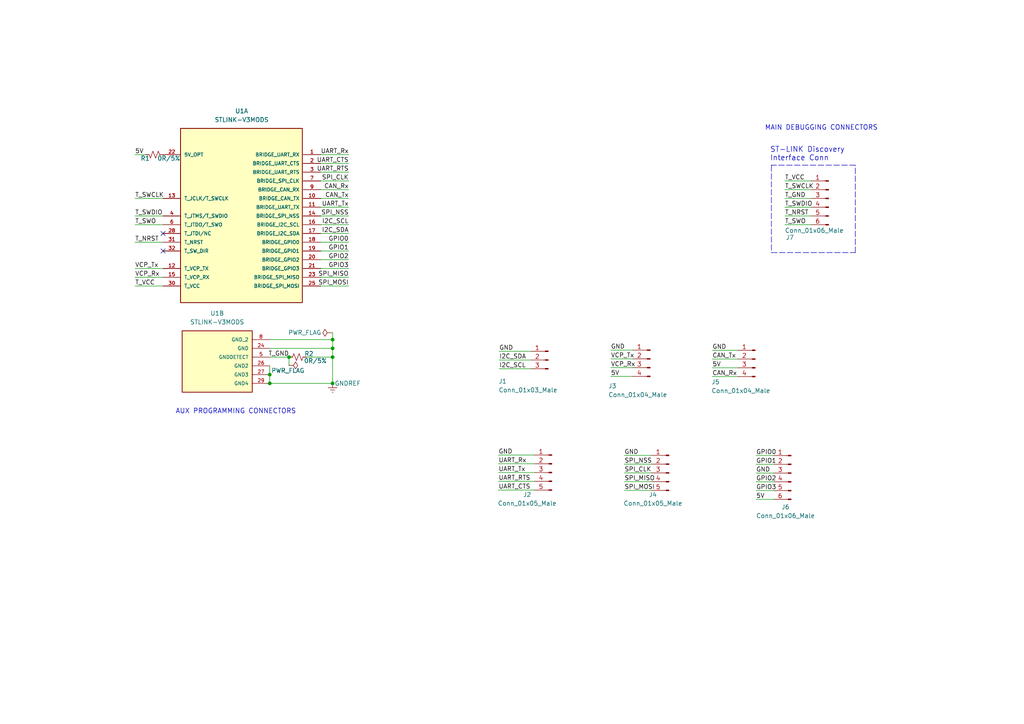
<source format=kicad_sch>
(kicad_sch (version 20211123) (generator eeschema)

  (uuid 54365317-1355-4216-bb75-829375abc4ec)

  (paper "A4")

  (title_block
    (title "STlinkV3-Adapter")
    (date "2022-08-29")
    (comment 1 "yingchao.tw@gmail.com")
  )

  (lib_symbols
    (symbol "Connector:Conn_01x03_Male" (pin_names (offset 1.016) hide) (in_bom yes) (on_board yes)
      (property "Reference" "J" (id 0) (at 0 5.08 0)
        (effects (font (size 1.27 1.27)))
      )
      (property "Value" "Conn_01x03_Male" (id 1) (at 0 -5.08 0)
        (effects (font (size 1.27 1.27)))
      )
      (property "Footprint" "" (id 2) (at 0 0 0)
        (effects (font (size 1.27 1.27)) hide)
      )
      (property "Datasheet" "~" (id 3) (at 0 0 0)
        (effects (font (size 1.27 1.27)) hide)
      )
      (property "ki_keywords" "connector" (id 4) (at 0 0 0)
        (effects (font (size 1.27 1.27)) hide)
      )
      (property "ki_description" "Generic connector, single row, 01x03, script generated (kicad-library-utils/schlib/autogen/connector/)" (id 5) (at 0 0 0)
        (effects (font (size 1.27 1.27)) hide)
      )
      (property "ki_fp_filters" "Connector*:*_1x??_*" (id 6) (at 0 0 0)
        (effects (font (size 1.27 1.27)) hide)
      )
      (symbol "Conn_01x03_Male_1_1"
        (polyline
          (pts
            (xy 1.27 -2.54)
            (xy 0.8636 -2.54)
          )
          (stroke (width 0.1524) (type default) (color 0 0 0 0))
          (fill (type none))
        )
        (polyline
          (pts
            (xy 1.27 0)
            (xy 0.8636 0)
          )
          (stroke (width 0.1524) (type default) (color 0 0 0 0))
          (fill (type none))
        )
        (polyline
          (pts
            (xy 1.27 2.54)
            (xy 0.8636 2.54)
          )
          (stroke (width 0.1524) (type default) (color 0 0 0 0))
          (fill (type none))
        )
        (rectangle (start 0.8636 -2.413) (end 0 -2.667)
          (stroke (width 0.1524) (type default) (color 0 0 0 0))
          (fill (type outline))
        )
        (rectangle (start 0.8636 0.127) (end 0 -0.127)
          (stroke (width 0.1524) (type default) (color 0 0 0 0))
          (fill (type outline))
        )
        (rectangle (start 0.8636 2.667) (end 0 2.413)
          (stroke (width 0.1524) (type default) (color 0 0 0 0))
          (fill (type outline))
        )
        (pin passive line (at 5.08 2.54 180) (length 3.81)
          (name "Pin_1" (effects (font (size 1.27 1.27))))
          (number "1" (effects (font (size 1.27 1.27))))
        )
        (pin passive line (at 5.08 0 180) (length 3.81)
          (name "Pin_2" (effects (font (size 1.27 1.27))))
          (number "2" (effects (font (size 1.27 1.27))))
        )
        (pin passive line (at 5.08 -2.54 180) (length 3.81)
          (name "Pin_3" (effects (font (size 1.27 1.27))))
          (number "3" (effects (font (size 1.27 1.27))))
        )
      )
    )
    (symbol "Connector:Conn_01x04_Male" (pin_names (offset 1.016) hide) (in_bom yes) (on_board yes)
      (property "Reference" "J" (id 0) (at 0 5.08 0)
        (effects (font (size 1.27 1.27)))
      )
      (property "Value" "Conn_01x04_Male" (id 1) (at 0 -7.62 0)
        (effects (font (size 1.27 1.27)))
      )
      (property "Footprint" "" (id 2) (at 0 0 0)
        (effects (font (size 1.27 1.27)) hide)
      )
      (property "Datasheet" "~" (id 3) (at 0 0 0)
        (effects (font (size 1.27 1.27)) hide)
      )
      (property "ki_keywords" "connector" (id 4) (at 0 0 0)
        (effects (font (size 1.27 1.27)) hide)
      )
      (property "ki_description" "Generic connector, single row, 01x04, script generated (kicad-library-utils/schlib/autogen/connector/)" (id 5) (at 0 0 0)
        (effects (font (size 1.27 1.27)) hide)
      )
      (property "ki_fp_filters" "Connector*:*_1x??_*" (id 6) (at 0 0 0)
        (effects (font (size 1.27 1.27)) hide)
      )
      (symbol "Conn_01x04_Male_1_1"
        (polyline
          (pts
            (xy 1.27 -5.08)
            (xy 0.8636 -5.08)
          )
          (stroke (width 0.1524) (type default) (color 0 0 0 0))
          (fill (type none))
        )
        (polyline
          (pts
            (xy 1.27 -2.54)
            (xy 0.8636 -2.54)
          )
          (stroke (width 0.1524) (type default) (color 0 0 0 0))
          (fill (type none))
        )
        (polyline
          (pts
            (xy 1.27 0)
            (xy 0.8636 0)
          )
          (stroke (width 0.1524) (type default) (color 0 0 0 0))
          (fill (type none))
        )
        (polyline
          (pts
            (xy 1.27 2.54)
            (xy 0.8636 2.54)
          )
          (stroke (width 0.1524) (type default) (color 0 0 0 0))
          (fill (type none))
        )
        (rectangle (start 0.8636 -4.953) (end 0 -5.207)
          (stroke (width 0.1524) (type default) (color 0 0 0 0))
          (fill (type outline))
        )
        (rectangle (start 0.8636 -2.413) (end 0 -2.667)
          (stroke (width 0.1524) (type default) (color 0 0 0 0))
          (fill (type outline))
        )
        (rectangle (start 0.8636 0.127) (end 0 -0.127)
          (stroke (width 0.1524) (type default) (color 0 0 0 0))
          (fill (type outline))
        )
        (rectangle (start 0.8636 2.667) (end 0 2.413)
          (stroke (width 0.1524) (type default) (color 0 0 0 0))
          (fill (type outline))
        )
        (pin passive line (at 5.08 2.54 180) (length 3.81)
          (name "Pin_1" (effects (font (size 1.27 1.27))))
          (number "1" (effects (font (size 1.27 1.27))))
        )
        (pin passive line (at 5.08 0 180) (length 3.81)
          (name "Pin_2" (effects (font (size 1.27 1.27))))
          (number "2" (effects (font (size 1.27 1.27))))
        )
        (pin passive line (at 5.08 -2.54 180) (length 3.81)
          (name "Pin_3" (effects (font (size 1.27 1.27))))
          (number "3" (effects (font (size 1.27 1.27))))
        )
        (pin passive line (at 5.08 -5.08 180) (length 3.81)
          (name "Pin_4" (effects (font (size 1.27 1.27))))
          (number "4" (effects (font (size 1.27 1.27))))
        )
      )
    )
    (symbol "Connector:Conn_01x05_Male" (pin_names (offset 1.016) hide) (in_bom yes) (on_board yes)
      (property "Reference" "J" (id 0) (at 0 7.62 0)
        (effects (font (size 1.27 1.27)))
      )
      (property "Value" "Conn_01x05_Male" (id 1) (at 0 -7.62 0)
        (effects (font (size 1.27 1.27)))
      )
      (property "Footprint" "" (id 2) (at 0 0 0)
        (effects (font (size 1.27 1.27)) hide)
      )
      (property "Datasheet" "~" (id 3) (at 0 0 0)
        (effects (font (size 1.27 1.27)) hide)
      )
      (property "ki_keywords" "connector" (id 4) (at 0 0 0)
        (effects (font (size 1.27 1.27)) hide)
      )
      (property "ki_description" "Generic connector, single row, 01x05, script generated (kicad-library-utils/schlib/autogen/connector/)" (id 5) (at 0 0 0)
        (effects (font (size 1.27 1.27)) hide)
      )
      (property "ki_fp_filters" "Connector*:*_1x??_*" (id 6) (at 0 0 0)
        (effects (font (size 1.27 1.27)) hide)
      )
      (symbol "Conn_01x05_Male_1_1"
        (polyline
          (pts
            (xy 1.27 -5.08)
            (xy 0.8636 -5.08)
          )
          (stroke (width 0.1524) (type default) (color 0 0 0 0))
          (fill (type none))
        )
        (polyline
          (pts
            (xy 1.27 -2.54)
            (xy 0.8636 -2.54)
          )
          (stroke (width 0.1524) (type default) (color 0 0 0 0))
          (fill (type none))
        )
        (polyline
          (pts
            (xy 1.27 0)
            (xy 0.8636 0)
          )
          (stroke (width 0.1524) (type default) (color 0 0 0 0))
          (fill (type none))
        )
        (polyline
          (pts
            (xy 1.27 2.54)
            (xy 0.8636 2.54)
          )
          (stroke (width 0.1524) (type default) (color 0 0 0 0))
          (fill (type none))
        )
        (polyline
          (pts
            (xy 1.27 5.08)
            (xy 0.8636 5.08)
          )
          (stroke (width 0.1524) (type default) (color 0 0 0 0))
          (fill (type none))
        )
        (rectangle (start 0.8636 -4.953) (end 0 -5.207)
          (stroke (width 0.1524) (type default) (color 0 0 0 0))
          (fill (type outline))
        )
        (rectangle (start 0.8636 -2.413) (end 0 -2.667)
          (stroke (width 0.1524) (type default) (color 0 0 0 0))
          (fill (type outline))
        )
        (rectangle (start 0.8636 0.127) (end 0 -0.127)
          (stroke (width 0.1524) (type default) (color 0 0 0 0))
          (fill (type outline))
        )
        (rectangle (start 0.8636 2.667) (end 0 2.413)
          (stroke (width 0.1524) (type default) (color 0 0 0 0))
          (fill (type outline))
        )
        (rectangle (start 0.8636 5.207) (end 0 4.953)
          (stroke (width 0.1524) (type default) (color 0 0 0 0))
          (fill (type outline))
        )
        (pin passive line (at 5.08 5.08 180) (length 3.81)
          (name "Pin_1" (effects (font (size 1.27 1.27))))
          (number "1" (effects (font (size 1.27 1.27))))
        )
        (pin passive line (at 5.08 2.54 180) (length 3.81)
          (name "Pin_2" (effects (font (size 1.27 1.27))))
          (number "2" (effects (font (size 1.27 1.27))))
        )
        (pin passive line (at 5.08 0 180) (length 3.81)
          (name "Pin_3" (effects (font (size 1.27 1.27))))
          (number "3" (effects (font (size 1.27 1.27))))
        )
        (pin passive line (at 5.08 -2.54 180) (length 3.81)
          (name "Pin_4" (effects (font (size 1.27 1.27))))
          (number "4" (effects (font (size 1.27 1.27))))
        )
        (pin passive line (at 5.08 -5.08 180) (length 3.81)
          (name "Pin_5" (effects (font (size 1.27 1.27))))
          (number "5" (effects (font (size 1.27 1.27))))
        )
      )
    )
    (symbol "Connector:Conn_01x06_Male" (pin_names (offset 1.016) hide) (in_bom yes) (on_board yes)
      (property "Reference" "J" (id 0) (at 0 7.62 0)
        (effects (font (size 1.27 1.27)))
      )
      (property "Value" "Conn_01x06_Male" (id 1) (at 0 -10.16 0)
        (effects (font (size 1.27 1.27)))
      )
      (property "Footprint" "" (id 2) (at 0 0 0)
        (effects (font (size 1.27 1.27)) hide)
      )
      (property "Datasheet" "~" (id 3) (at 0 0 0)
        (effects (font (size 1.27 1.27)) hide)
      )
      (property "ki_keywords" "connector" (id 4) (at 0 0 0)
        (effects (font (size 1.27 1.27)) hide)
      )
      (property "ki_description" "Generic connector, single row, 01x06, script generated (kicad-library-utils/schlib/autogen/connector/)" (id 5) (at 0 0 0)
        (effects (font (size 1.27 1.27)) hide)
      )
      (property "ki_fp_filters" "Connector*:*_1x??_*" (id 6) (at 0 0 0)
        (effects (font (size 1.27 1.27)) hide)
      )
      (symbol "Conn_01x06_Male_1_1"
        (polyline
          (pts
            (xy 1.27 -7.62)
            (xy 0.8636 -7.62)
          )
          (stroke (width 0.1524) (type default) (color 0 0 0 0))
          (fill (type none))
        )
        (polyline
          (pts
            (xy 1.27 -5.08)
            (xy 0.8636 -5.08)
          )
          (stroke (width 0.1524) (type default) (color 0 0 0 0))
          (fill (type none))
        )
        (polyline
          (pts
            (xy 1.27 -2.54)
            (xy 0.8636 -2.54)
          )
          (stroke (width 0.1524) (type default) (color 0 0 0 0))
          (fill (type none))
        )
        (polyline
          (pts
            (xy 1.27 0)
            (xy 0.8636 0)
          )
          (stroke (width 0.1524) (type default) (color 0 0 0 0))
          (fill (type none))
        )
        (polyline
          (pts
            (xy 1.27 2.54)
            (xy 0.8636 2.54)
          )
          (stroke (width 0.1524) (type default) (color 0 0 0 0))
          (fill (type none))
        )
        (polyline
          (pts
            (xy 1.27 5.08)
            (xy 0.8636 5.08)
          )
          (stroke (width 0.1524) (type default) (color 0 0 0 0))
          (fill (type none))
        )
        (rectangle (start 0.8636 -7.493) (end 0 -7.747)
          (stroke (width 0.1524) (type default) (color 0 0 0 0))
          (fill (type outline))
        )
        (rectangle (start 0.8636 -4.953) (end 0 -5.207)
          (stroke (width 0.1524) (type default) (color 0 0 0 0))
          (fill (type outline))
        )
        (rectangle (start 0.8636 -2.413) (end 0 -2.667)
          (stroke (width 0.1524) (type default) (color 0 0 0 0))
          (fill (type outline))
        )
        (rectangle (start 0.8636 0.127) (end 0 -0.127)
          (stroke (width 0.1524) (type default) (color 0 0 0 0))
          (fill (type outline))
        )
        (rectangle (start 0.8636 2.667) (end 0 2.413)
          (stroke (width 0.1524) (type default) (color 0 0 0 0))
          (fill (type outline))
        )
        (rectangle (start 0.8636 5.207) (end 0 4.953)
          (stroke (width 0.1524) (type default) (color 0 0 0 0))
          (fill (type outline))
        )
        (pin passive line (at 5.08 5.08 180) (length 3.81)
          (name "Pin_1" (effects (font (size 1.27 1.27))))
          (number "1" (effects (font (size 1.27 1.27))))
        )
        (pin passive line (at 5.08 2.54 180) (length 3.81)
          (name "Pin_2" (effects (font (size 1.27 1.27))))
          (number "2" (effects (font (size 1.27 1.27))))
        )
        (pin passive line (at 5.08 0 180) (length 3.81)
          (name "Pin_3" (effects (font (size 1.27 1.27))))
          (number "3" (effects (font (size 1.27 1.27))))
        )
        (pin passive line (at 5.08 -2.54 180) (length 3.81)
          (name "Pin_4" (effects (font (size 1.27 1.27))))
          (number "4" (effects (font (size 1.27 1.27))))
        )
        (pin passive line (at 5.08 -5.08 180) (length 3.81)
          (name "Pin_5" (effects (font (size 1.27 1.27))))
          (number "5" (effects (font (size 1.27 1.27))))
        )
        (pin passive line (at 5.08 -7.62 180) (length 3.81)
          (name "Pin_6" (effects (font (size 1.27 1.27))))
          (number "6" (effects (font (size 1.27 1.27))))
        )
      )
    )
    (symbol "Device:R_Small_US" (pin_numbers hide) (pin_names (offset 0.254) hide) (in_bom yes) (on_board yes)
      (property "Reference" "R" (id 0) (at 0.762 0.508 0)
        (effects (font (size 1.27 1.27)) (justify left))
      )
      (property "Value" "R_Small_US" (id 1) (at 0.762 -1.016 0)
        (effects (font (size 1.27 1.27)) (justify left))
      )
      (property "Footprint" "" (id 2) (at 0 0 0)
        (effects (font (size 1.27 1.27)) hide)
      )
      (property "Datasheet" "~" (id 3) (at 0 0 0)
        (effects (font (size 1.27 1.27)) hide)
      )
      (property "ki_keywords" "r resistor" (id 4) (at 0 0 0)
        (effects (font (size 1.27 1.27)) hide)
      )
      (property "ki_description" "Resistor, small US symbol" (id 5) (at 0 0 0)
        (effects (font (size 1.27 1.27)) hide)
      )
      (property "ki_fp_filters" "R_*" (id 6) (at 0 0 0)
        (effects (font (size 1.27 1.27)) hide)
      )
      (symbol "R_Small_US_1_1"
        (polyline
          (pts
            (xy 0 0)
            (xy 1.016 -0.381)
            (xy 0 -0.762)
            (xy -1.016 -1.143)
            (xy 0 -1.524)
          )
          (stroke (width 0) (type default) (color 0 0 0 0))
          (fill (type none))
        )
        (polyline
          (pts
            (xy 0 1.524)
            (xy 1.016 1.143)
            (xy 0 0.762)
            (xy -1.016 0.381)
            (xy 0 0)
          )
          (stroke (width 0) (type default) (color 0 0 0 0))
          (fill (type none))
        )
        (pin passive line (at 0 2.54 270) (length 1.016)
          (name "~" (effects (font (size 1.27 1.27))))
          (number "1" (effects (font (size 1.27 1.27))))
        )
        (pin passive line (at 0 -2.54 90) (length 1.016)
          (name "~" (effects (font (size 1.27 1.27))))
          (number "2" (effects (font (size 1.27 1.27))))
        )
      )
    )
    (symbol "STLinkV3_Adapter-altium-import:STLINK-V3MODS" (pin_names (offset 1.016)) (in_bom yes) (on_board yes)
      (property "Reference" "U?" (id 0) (at -17.526 26.162 0)
        (effects (font (size 1.27 1.27)) (justify left bottom))
      )
      (property "Value" "STLINK-V3MODS" (id 1) (at -17.526 -27.94 0)
        (effects (font (size 1.27 1.27)) (justify left bottom))
      )
      (property "Footprint" "MODULE_STLINK-V3MODS" (id 2) (at -17.526 -32.512 0)
        (effects (font (size 1.27 1.27)) (justify left bottom) hide)
      )
      (property "Datasheet" "" (id 3) (at 18.034 0 0)
        (effects (font (size 1.27 1.27)) (justify left bottom) hide)
      )
      (property "STANDARD" "Manufacturer Recommendations" (id 4) (at -11.938 26.162 0)
        (effects (font (size 1.27 1.27)) (justify left bottom) hide)
      )
      (property "PARTREV" "1" (id 5) (at 1.778 -30.226 0)
        (effects (font (size 1.27 1.27)) (justify left bottom) hide)
      )
      (property "MANUFACTURER" "ST Microelectronics" (id 6) (at -17.526 -30.226 0)
        (effects (font (size 1.27 1.27)) (justify left bottom) hide)
      )
      (property "ki_locked" "" (id 7) (at 0 0 0)
        (effects (font (size 1.27 1.27)))
      )
      (symbol "STLINK-V3MODS_1_0"
        (rectangle (start -17.526 25.4) (end 17.78 -25.146)
          (stroke (width 0.254) (type default) (color 0 0 0 0))
          (fill (type background))
        )
        (pin passive line (at 23.114 17.78 180) (length 5.08)
          (name "BRIDGE_UART_RX" (effects (font (size 1.016 1.016))))
          (number "1" (effects (font (size 1.016 1.016))))
        )
        (pin passive line (at 23.114 5.08 180) (length 5.08)
          (name "BRIDGE_CAN_TX" (effects (font (size 1.016 1.016))))
          (number "10" (effects (font (size 1.016 1.016))))
        )
        (pin passive line (at 23.114 2.54 180) (length 5.08)
          (name "BRIDGE_UART_TX" (effects (font (size 1.016 1.016))))
          (number "11" (effects (font (size 1.016 1.016))))
        )
        (pin passive line (at -22.606 -15.24 0) (length 5.08)
          (name "T_VCP_TX" (effects (font (size 1.016 1.016))))
          (number "12" (effects (font (size 1.016 1.016))))
        )
        (pin passive line (at -22.606 5.08 0) (length 5.08)
          (name "T_JCLK/T_SWCLK" (effects (font (size 1.016 1.016))))
          (number "13" (effects (font (size 1.016 1.016))))
        )
        (pin passive line (at 23.114 0 180) (length 5.08)
          (name "BRIDGE_SPI_NSS" (effects (font (size 1.016 1.016))))
          (number "14" (effects (font (size 1.016 1.016))))
        )
        (pin passive line (at -22.606 -17.78 0) (length 5.08)
          (name "T_VCP_RX" (effects (font (size 1.016 1.016))))
          (number "15" (effects (font (size 1.016 1.016))))
        )
        (pin bidirectional line (at 23.114 -2.54 180) (length 5.08)
          (name "BRIDGE_I2C_SCL" (effects (font (size 1.016 1.016))))
          (number "16" (effects (font (size 1.016 1.016))))
        )
        (pin bidirectional line (at 23.114 -5.08 180) (length 5.08)
          (name "BRIDGE_I2C_SDA" (effects (font (size 1.016 1.016))))
          (number "17" (effects (font (size 1.016 1.016))))
        )
        (pin bidirectional line (at 23.114 -7.62 180) (length 5.08)
          (name "BRIDGE_GPIO0" (effects (font (size 1.016 1.016))))
          (number "18" (effects (font (size 1.016 1.016))))
        )
        (pin bidirectional line (at 23.114 -10.16 180) (length 5.08)
          (name "BRIDGE_GPIO1" (effects (font (size 1.016 1.016))))
          (number "19" (effects (font (size 1.016 1.016))))
        )
        (pin passive line (at 23.114 15.24 180) (length 5.08)
          (name "BRIDGE_UART_CTS" (effects (font (size 1.016 1.016))))
          (number "2" (effects (font (size 1.016 1.016))))
        )
        (pin bidirectional line (at 23.114 -12.7 180) (length 5.08)
          (name "BRIDGE_GPIO2" (effects (font (size 1.016 1.016))))
          (number "20" (effects (font (size 1.016 1.016))))
        )
        (pin bidirectional line (at 23.114 -15.24 180) (length 5.08)
          (name "BRIDGE_GPIO3" (effects (font (size 1.016 1.016))))
          (number "21" (effects (font (size 1.016 1.016))))
        )
        (pin passive line (at -22.606 17.78 0) (length 5.08)
          (name "5V_OPT" (effects (font (size 1.016 1.016))))
          (number "22" (effects (font (size 1.016 1.016))))
        )
        (pin passive line (at 23.114 -17.78 180) (length 5.08)
          (name "BRIDGE_SPI_MISO" (effects (font (size 1.016 1.016))))
          (number "23" (effects (font (size 1.016 1.016))))
        )
        (pin passive line (at 23.114 -20.32 180) (length 5.08)
          (name "BRIDGE_SPI_MOSI" (effects (font (size 1.016 1.016))))
          (number "25" (effects (font (size 1.016 1.016))))
        )
        (pin passive line (at -22.606 -5.08 0) (length 5.08)
          (name "T_JTDI/NC" (effects (font (size 1.016 1.016))))
          (number "28" (effects (font (size 1.016 1.016))))
        )
        (pin passive line (at 23.114 12.7 180) (length 5.08)
          (name "BRIDGE_UART_RTS" (effects (font (size 1.016 1.016))))
          (number "3" (effects (font (size 1.016 1.016))))
        )
        (pin passive line (at -22.606 -20.32 0) (length 5.08)
          (name "T_VCC" (effects (font (size 1.016 1.016))))
          (number "30" (effects (font (size 1.016 1.016))))
        )
        (pin passive line (at -22.606 -7.62 0) (length 5.08)
          (name "T_NRST" (effects (font (size 1.016 1.016))))
          (number "31" (effects (font (size 1.016 1.016))))
        )
        (pin passive line (at -22.606 -10.16 0) (length 5.08)
          (name "T_SW_DIR" (effects (font (size 1.016 1.016))))
          (number "32" (effects (font (size 1.016 1.016))))
        )
        (pin passive line (at -22.606 0 0) (length 5.08)
          (name "T_JTMS/T_SWDIO" (effects (font (size 1.016 1.016))))
          (number "4" (effects (font (size 1.016 1.016))))
        )
        (pin passive line (at -22.606 -2.54 0) (length 5.08)
          (name "T_JTDO/T_SWO" (effects (font (size 1.016 1.016))))
          (number "6" (effects (font (size 1.016 1.016))))
        )
        (pin passive line (at 23.114 10.16 180) (length 5.08)
          (name "BRIDGE_SPI_CLK" (effects (font (size 1.016 1.016))))
          (number "7" (effects (font (size 1.016 1.016))))
        )
        (pin passive line (at 23.114 7.62 180) (length 5.08)
          (name "BRIDGE_CAN_RX" (effects (font (size 1.016 1.016))))
          (number "9" (effects (font (size 1.016 1.016))))
        )
      )
      (symbol "STLINK-V3MODS_2_0"
        (rectangle (start -10.16 -10.16) (end 10.16 7.62)
          (stroke (width 0.254) (type default) (color 0 0 0 0))
          (fill (type background))
        )
        (pin power_in line (at 15.24 2.54 180) (length 5.08)
          (name "GND" (effects (font (size 1.016 1.016))))
          (number "24" (effects (font (size 1.016 1.016))))
        )
        (pin power_in line (at 15.24 -2.54 180) (length 5.08)
          (name "GND2" (effects (font (size 1.016 1.016))))
          (number "26" (effects (font (size 1.016 1.016))))
        )
        (pin power_in line (at 15.24 -5.08 180) (length 5.08)
          (name "GND3" (effects (font (size 1.016 1.016))))
          (number "27" (effects (font (size 1.016 1.016))))
        )
        (pin power_in line (at 15.24 -7.62 180) (length 5.08)
          (name "GND4" (effects (font (size 1.016 1.016))))
          (number "29" (effects (font (size 1.016 1.016))))
        )
        (pin power_in line (at 15.24 0 180) (length 5.08)
          (name "GNDDETECT" (effects (font (size 1.016 1.016))))
          (number "5" (effects (font (size 1.016 1.016))))
        )
        (pin power_in line (at 15.24 5.08 180) (length 5.08)
          (name "GND_2" (effects (font (size 1.016 1.016))))
          (number "8" (effects (font (size 1.016 1.016))))
        )
      )
    )
    (symbol "power:GNDREF" (power) (pin_names (offset 0)) (in_bom yes) (on_board yes)
      (property "Reference" "#PWR" (id 0) (at 0 -6.35 0)
        (effects (font (size 1.27 1.27)) hide)
      )
      (property "Value" "GNDREF" (id 1) (at 0 -3.81 0)
        (effects (font (size 1.27 1.27)))
      )
      (property "Footprint" "" (id 2) (at 0 0 0)
        (effects (font (size 1.27 1.27)) hide)
      )
      (property "Datasheet" "" (id 3) (at 0 0 0)
        (effects (font (size 1.27 1.27)) hide)
      )
      (property "ki_keywords" "power-flag" (id 4) (at 0 0 0)
        (effects (font (size 1.27 1.27)) hide)
      )
      (property "ki_description" "Power symbol creates a global label with name \"GNDREF\" , reference supply ground" (id 5) (at 0 0 0)
        (effects (font (size 1.27 1.27)) hide)
      )
      (symbol "GNDREF_0_1"
        (polyline
          (pts
            (xy -0.635 -1.905)
            (xy 0.635 -1.905)
          )
          (stroke (width 0) (type default) (color 0 0 0 0))
          (fill (type none))
        )
        (polyline
          (pts
            (xy -0.127 -2.54)
            (xy 0.127 -2.54)
          )
          (stroke (width 0) (type default) (color 0 0 0 0))
          (fill (type none))
        )
        (polyline
          (pts
            (xy 0 -1.27)
            (xy 0 0)
          )
          (stroke (width 0) (type default) (color 0 0 0 0))
          (fill (type none))
        )
        (polyline
          (pts
            (xy 1.27 -1.27)
            (xy -1.27 -1.27)
          )
          (stroke (width 0) (type default) (color 0 0 0 0))
          (fill (type none))
        )
      )
      (symbol "GNDREF_1_1"
        (pin power_in line (at 0 0 270) (length 0) hide
          (name "GNDREF" (effects (font (size 1.27 1.27))))
          (number "1" (effects (font (size 1.27 1.27))))
        )
      )
    )
    (symbol "power:PWR_FLAG" (power) (pin_numbers hide) (pin_names (offset 0) hide) (in_bom yes) (on_board yes)
      (property "Reference" "#FLG" (id 0) (at 0 1.905 0)
        (effects (font (size 1.27 1.27)) hide)
      )
      (property "Value" "PWR_FLAG" (id 1) (at 0 3.81 0)
        (effects (font (size 1.27 1.27)))
      )
      (property "Footprint" "" (id 2) (at 0 0 0)
        (effects (font (size 1.27 1.27)) hide)
      )
      (property "Datasheet" "~" (id 3) (at 0 0 0)
        (effects (font (size 1.27 1.27)) hide)
      )
      (property "ki_keywords" "power-flag" (id 4) (at 0 0 0)
        (effects (font (size 1.27 1.27)) hide)
      )
      (property "ki_description" "Special symbol for telling ERC where power comes from" (id 5) (at 0 0 0)
        (effects (font (size 1.27 1.27)) hide)
      )
      (symbol "PWR_FLAG_0_0"
        (pin power_out line (at 0 0 90) (length 0)
          (name "pwr" (effects (font (size 1.27 1.27))))
          (number "1" (effects (font (size 1.27 1.27))))
        )
      )
      (symbol "PWR_FLAG_0_1"
        (polyline
          (pts
            (xy 0 0)
            (xy 0 1.27)
            (xy -1.016 1.905)
            (xy 0 2.54)
            (xy 1.016 1.905)
            (xy 0 1.27)
          )
          (stroke (width 0) (type default) (color 0 0 0 0))
          (fill (type none))
        )
      )
    )
  )


  (junction (at 83.82 103.5812) (diameter 0) (color 0 0 0 0)
    (uuid 6a450e04-4365-4ca0-8102-92f9fb90dce8)
  )
  (junction (at 96.4692 103.5812) (diameter 0) (color 0 0 0 0)
    (uuid 70b641c6-13b1-4424-aa77-0b20f770f597)
  )
  (junction (at 96.4692 98.5012) (diameter 0) (color 0 0 0 0)
    (uuid 9883b64f-3843-4d79-8eec-75d1798b1470)
  )
  (junction (at 96.4692 101.0412) (diameter 0) (color 0 0 0 0)
    (uuid a6d3bc91-18ad-4206-b650-91763d65b5da)
  )
  (junction (at 78.232 108.6612) (diameter 0) (color 0 0 0 0)
    (uuid ca69dfb9-989d-47d6-b920-d6bd03964567)
  )
  (junction (at 96.4692 111.2012) (diameter 0) (color 0 0 0 0)
    (uuid ec3fd4bf-6a7c-4cd6-bc88-a07759f8de6e)
  )
  (junction (at 78.232 111.2012) (diameter 0) (color 0 0 0 0)
    (uuid f20d0a93-3b85-4218-a9c6-92057b8cc8cb)
  )

  (no_connect (at 47.2948 72.7964) (uuid e316a0bf-9037-4e57-baec-beec51d219c8))
  (no_connect (at 47.2948 67.7164) (uuid ec9af39f-feef-4443-9ff2-1a2f8d3fee92))

  (wire (pts (xy 93.0148 77.8764) (xy 101.1428 77.8764))
    (stroke (width 0) (type default) (color 0 0 0 0))
    (uuid 00a696e9-07ff-4ec0-ad70-385957a1a57e)
  )
  (wire (pts (xy 83.82 103.5812) (xy 78.232 103.5812))
    (stroke (width 0) (type default) (color 0 0 0 0))
    (uuid 03ce7d72-ab64-48de-b833-f7c8d1fa7dd6)
  )
  (wire (pts (xy 181.102 139.7) (xy 188.976 139.7))
    (stroke (width 0.15) (type default) (color 0 0 0 0))
    (uuid 065b9982-55f2-4822-977e-07e8a06e7b35)
  )
  (wire (pts (xy 206.6036 104.14) (xy 213.9696 104.14))
    (stroke (width 0.15) (type default) (color 0 0 0 0))
    (uuid 071522c0-d0ed-49b9-906e-6295f67fb0dc)
  )
  (wire (pts (xy 78.232 106.1212) (xy 78.232 108.6612))
    (stroke (width 0) (type default) (color 0 0 0 0))
    (uuid 07c99bfe-a227-4b1d-a4b0-bf507068329f)
  )
  (wire (pts (xy 47.2948 77.8764) (xy 39.1668 77.8764))
    (stroke (width 0) (type default) (color 0 0 0 0))
    (uuid 082a1247-57fa-4de1-a0e1-8972c07fad8e)
  )
  (wire (pts (xy 227.6348 65.1764) (xy 235.2548 65.1764))
    (stroke (width 0.15) (type default) (color 0 0 0 0))
    (uuid 0f31f11f-c374-4640-b9a4-07bbdba8d354)
  )
  (wire (pts (xy 47.2948 57.5564) (xy 39.1668 57.5564))
    (stroke (width 0) (type default) (color 0 0 0 0))
    (uuid 10a6d548-8af6-43fd-a5c8-0faf26e567c6)
  )
  (wire (pts (xy 96.4692 103.5812) (xy 96.4692 111.2012))
    (stroke (width 0) (type default) (color 0 0 0 0))
    (uuid 1619a4f9-1e30-4e8a-bb93-9739d4971d91)
  )
  (wire (pts (xy 219.3036 132.1308) (xy 224.3836 132.1308))
    (stroke (width 0.15) (type default) (color 0 0 0 0))
    (uuid 18b7e157-ae67-48ad-bd7c-9fef6fe45b22)
  )
  (polyline (pts (xy 223.7486 47.9044) (xy 223.7486 48.0568))
    (stroke (width 0) (type default) (color 0 0 0 0))
    (uuid 1c449411-e0f0-4f18-b710-3f046b01bdd8)
  )

  (wire (pts (xy 144.5768 134.5184) (xy 154.9908 134.5184))
    (stroke (width 0.15) (type default) (color 0 0 0 0))
    (uuid 25e5aa8e-2696-44a3-8d3c-c2c53f2923cf)
  )
  (wire (pts (xy 96.1644 96.52) (xy 96.4692 96.52))
    (stroke (width 0) (type default) (color 0 0 0 0))
    (uuid 26ee81ec-5278-4328-b5dd-7df816dac426)
  )
  (wire (pts (xy 206.6036 101.6) (xy 213.9696 101.6))
    (stroke (width 0.15) (type default) (color 0 0 0 0))
    (uuid 2846428d-39de-4eae-8ce2-64955d56c493)
  )
  (wire (pts (xy 88.9 103.5812) (xy 96.4692 103.5812))
    (stroke (width 0) (type default) (color 0 0 0 0))
    (uuid 2fb8ed14-bf3a-49ad-9049-62543bc1b12d)
  )
  (wire (pts (xy 78.232 111.2012) (xy 96.4692 111.2012))
    (stroke (width 0) (type default) (color 0 0 0 0))
    (uuid 331bfe4c-89c7-4dc1-816a-1c4f33280870)
  )
  (wire (pts (xy 93.0148 70.2564) (xy 101.1428 70.2564))
    (stroke (width 0) (type default) (color 0 0 0 0))
    (uuid 36881168-6c92-409b-90e9-c950dcd99078)
  )
  (wire (pts (xy 93.0148 75.3364) (xy 101.1428 75.3364))
    (stroke (width 0) (type default) (color 0 0 0 0))
    (uuid 3ae8b10c-5e0d-4aeb-bf20-d76e8e3d35e8)
  )
  (wire (pts (xy 93.0148 60.0964) (xy 101.1428 60.0964))
    (stroke (width 0) (type default) (color 0 0 0 0))
    (uuid 3edff80d-fd7b-4340-b051-6826eddb0e8b)
  )
  (wire (pts (xy 93.0148 82.9564) (xy 101.1428 82.9564))
    (stroke (width 0) (type default) (color 0 0 0 0))
    (uuid 3fa58e26-ecaa-4c63-9695-f571e06e0bfa)
  )
  (wire (pts (xy 93.0148 44.8564) (xy 101.1428 44.8564))
    (stroke (width 0) (type default) (color 0 0 0 0))
    (uuid 411f2a2a-5f9e-4093-901e-4b491778212f)
  )
  (wire (pts (xy 93.0148 47.3964) (xy 101.1428 47.3964))
    (stroke (width 0) (type default) (color 0 0 0 0))
    (uuid 4626c796-e2c4-47b1-a825-64be3c9f813c)
  )
  (wire (pts (xy 101.1428 65.1764) (xy 93.0148 65.1764))
    (stroke (width 0) (type default) (color 0 0 0 0))
    (uuid 46b81e3c-44d3-497c-8a24-af9e19228846)
  )
  (wire (pts (xy 206.6036 106.68) (xy 213.9696 106.68))
    (stroke (width 0.15) (type default) (color 0 0 0 0))
    (uuid 4e315e69-0417-463a-8b7f-469a08d1496e)
  )
  (wire (pts (xy 96.4692 98.5012) (xy 96.4692 101.0412))
    (stroke (width 0) (type default) (color 0 0 0 0))
    (uuid 528c5f0f-3175-4f38-93d5-d497c31e0cae)
  )
  (wire (pts (xy 78.232 101.0412) (xy 96.4692 101.0412))
    (stroke (width 0) (type default) (color 0 0 0 0))
    (uuid 559083e6-bd70-4ff3-bf9a-8ea67bf1a96b)
  )
  (wire (pts (xy 177.165 109.1692) (xy 183.515 109.1692))
    (stroke (width 0.15) (type default) (color 0 0 0 0))
    (uuid 597a11f2-5d2c-4a65-ac95-38ad106e1367)
  )
  (wire (pts (xy 177.165 104.0892) (xy 183.515 104.0892))
    (stroke (width 0.15) (type default) (color 0 0 0 0))
    (uuid 59ec3156-036e-4049-89db-91a9dd07095f)
  )
  (wire (pts (xy 219.3036 134.6708) (xy 224.3836 134.6708))
    (stroke (width 0.15) (type default) (color 0 0 0 0))
    (uuid 5fc9acb6-6dbb-4598-825b-4b9e7c4c67c4)
  )
  (wire (pts (xy 206.6036 109.22) (xy 213.9696 109.22))
    (stroke (width 0.15) (type default) (color 0 0 0 0))
    (uuid 6a2b20ae-096c-4d9f-92f8-2087c865914f)
  )
  (wire (pts (xy 47.2948 65.1764) (xy 39.1668 65.1764))
    (stroke (width 0) (type default) (color 0 0 0 0))
    (uuid 6aca2571-c136-4bf1-97b7-330b0caffb4f)
  )
  (wire (pts (xy 144.5768 137.0584) (xy 154.9908 137.0584))
    (stroke (width 0.15) (type default) (color 0 0 0 0))
    (uuid 6bf05d19-ba3e-4ba6-8a6f-4e0bc45ea3b2)
  )
  (wire (pts (xy 219.3036 144.8308) (xy 224.3836 144.8308))
    (stroke (width 0.15) (type default) (color 0 0 0 0))
    (uuid 6d1d60ff-408a-47a7-892f-c5cf9ef6ca75)
  )
  (wire (pts (xy 93.0148 57.5564) (xy 101.1428 57.5564))
    (stroke (width 0) (type default) (color 0 0 0 0))
    (uuid 7a50e580-a38b-4edb-a345-a95c54105c04)
  )
  (wire (pts (xy 227.6348 55.0164) (xy 235.2548 55.0164))
    (stroke (width 0.15) (type default) (color 0 0 0 0))
    (uuid 7c04618d-9115-4179-b234-a8faf854ea92)
  )
  (polyline (pts (xy 223.7486 48.0568) (xy 223.7486 73.2536))
    (stroke (width 0) (type default) (color 0 0 0 0))
    (uuid 80a20dd8-4658-44b9-bb91-06f578e41ea7)
  )

  (wire (pts (xy 83.82 103.5812) (xy 83.82 105.9688))
    (stroke (width 0) (type default) (color 0 0 0 0))
    (uuid 819eef4f-b4e6-44aa-b6a9-f9ef405abd86)
  )
  (wire (pts (xy 144.78 104.4194) (xy 153.924 104.4194))
    (stroke (width 0.15) (type default) (color 0 0 0 0))
    (uuid 81a15393-727e-448b-a777-b18773023d89)
  )
  (wire (pts (xy 47.2948 62.6364) (xy 39.1668 62.6364))
    (stroke (width 0) (type default) (color 0 0 0 0))
    (uuid 82f77ecc-82bc-4065-8184-4d8657f38d19)
  )
  (wire (pts (xy 93.0148 80.4164) (xy 101.1428 80.4164))
    (stroke (width 0) (type default) (color 0 0 0 0))
    (uuid 902d760c-f2cb-4e67-b192-c5d8b6ac57ba)
  )
  (wire (pts (xy 93.0148 55.0164) (xy 101.1428 55.0164))
    (stroke (width 0) (type default) (color 0 0 0 0))
    (uuid 90ed4114-7612-4ef7-aebb-30eea9290130)
  )
  (wire (pts (xy 177.165 106.6292) (xy 183.515 106.6292))
    (stroke (width 0.15) (type default) (color 0 0 0 0))
    (uuid 926001fd-2747-4639-8c0f-4fc46ff7218d)
  )
  (polyline (pts (xy 223.7486 73.2536) (xy 248.0818 73.2536))
    (stroke (width 0) (type default) (color 0 0 0 0))
    (uuid 94aebd53-d69f-427c-9c76-5b8934fa6af4)
  )

  (wire (pts (xy 181.102 134.62) (xy 188.976 134.62))
    (stroke (width 0.15) (type default) (color 0 0 0 0))
    (uuid 970e0f64-111f-41e3-9f5a-fb0d0f6fa101)
  )
  (wire (pts (xy 101.1428 62.6364) (xy 93.0148 62.6364))
    (stroke (width 0) (type default) (color 0 0 0 0))
    (uuid 97e47c44-be41-4b1b-b3e4-e3f8f9a64dea)
  )
  (wire (pts (xy 227.6348 62.6364) (xy 235.2548 62.6364))
    (stroke (width 0.15) (type default) (color 0 0 0 0))
    (uuid 998b7fa5-31a5-472e-9572-49d5226d6098)
  )
  (polyline (pts (xy 248.0818 73.2536) (xy 248.0818 47.9044))
    (stroke (width 0) (type default) (color 0 0 0 0))
    (uuid 9c8dc140-00f4-41ec-8381-91937cce4ff3)
  )

  (wire (pts (xy 144.5768 131.9784) (xy 154.9908 131.9784))
    (stroke (width 0.15) (type default) (color 0 0 0 0))
    (uuid a24ddb4f-c217-42ca-b6cb-d12da84fb2b9)
  )
  (wire (pts (xy 144.78 101.8794) (xy 153.924 101.8794))
    (stroke (width 0.15) (type default) (color 0 0 0 0))
    (uuid a4f86a46-3bc8-4daa-9125-a63f297eb114)
  )
  (wire (pts (xy 219.3036 137.2108) (xy 224.3836 137.2108))
    (stroke (width 0.15) (type default) (color 0 0 0 0))
    (uuid a53767ed-bb28-4f90-abe0-e0ea734812a4)
  )
  (wire (pts (xy 181.102 142.24) (xy 188.976 142.24))
    (stroke (width 0.15) (type default) (color 0 0 0 0))
    (uuid a6ccc556-da88-4006-ae1a-cc35733efef3)
  )
  (wire (pts (xy 181.102 132.08) (xy 188.976 132.08))
    (stroke (width 0.15) (type default) (color 0 0 0 0))
    (uuid b6135480-ace6-42b2-9c47-856ef57cded1)
  )
  (wire (pts (xy 144.5768 139.5984) (xy 154.9908 139.5984))
    (stroke (width 0.15) (type default) (color 0 0 0 0))
    (uuid b7867831-ef82-4f33-a926-59e5c1c09b91)
  )
  (wire (pts (xy 93.0148 72.7964) (xy 101.1428 72.7964))
    (stroke (width 0) (type default) (color 0 0 0 0))
    (uuid bc770aa9-3532-445a-8456-71017a207d24)
  )
  (wire (pts (xy 93.0148 52.4764) (xy 101.1428 52.4764))
    (stroke (width 0) (type default) (color 0 0 0 0))
    (uuid bf7c82b1-e148-4210-a14c-a2a5f14da66e)
  )
  (wire (pts (xy 227.6348 52.4764) (xy 235.2548 52.4764))
    (stroke (width 0.15) (type default) (color 0 0 0 0))
    (uuid c1c799a0-3c93-493a-9ad7-8a0561bc69ee)
  )
  (wire (pts (xy 42.2148 44.8564) (xy 39.1668 44.8564))
    (stroke (width 0) (type default) (color 0 0 0 0))
    (uuid c23f7890-a0c5-4271-a5ae-63135cf566b1)
  )
  (polyline (pts (xy 248.0818 47.9044) (xy 223.7486 47.9044))
    (stroke (width 0) (type default) (color 0 0 0 0))
    (uuid cae3c978-bc53-477f-a3cf-c948de9896bd)
  )

  (wire (pts (xy 93.0148 49.9364) (xy 101.1428 49.9364))
    (stroke (width 0) (type default) (color 0 0 0 0))
    (uuid cd622ed3-2fe4-4e2e-92cd-12459b4746e0)
  )
  (wire (pts (xy 177.165 101.5492) (xy 183.515 101.5492))
    (stroke (width 0.15) (type default) (color 0 0 0 0))
    (uuid d39d813e-3e64-490c-ba5c-a64bb5ad6bd0)
  )
  (wire (pts (xy 181.102 137.16) (xy 188.976 137.16))
    (stroke (width 0.15) (type default) (color 0 0 0 0))
    (uuid dc2801a1-d539-4721-b31f-fe196b9f13df)
  )
  (wire (pts (xy 47.2948 70.2564) (xy 39.1668 70.2564))
    (stroke (width 0) (type default) (color 0 0 0 0))
    (uuid e29ec819-5fc6-4f7b-8b1a-ad7c5948a1c0)
  )
  (wire (pts (xy 219.3036 142.2908) (xy 224.3836 142.2908))
    (stroke (width 0.15) (type default) (color 0 0 0 0))
    (uuid e4aa537c-eb9d-4dbb-ac87-fae46af42391)
  )
  (wire (pts (xy 227.6348 60.0964) (xy 235.2548 60.0964))
    (stroke (width 0.15) (type default) (color 0 0 0 0))
    (uuid e4d2f565-25a0-48c6-be59-f4bf31ad2558)
  )
  (wire (pts (xy 96.4692 101.0412) (xy 96.4692 103.5812))
    (stroke (width 0) (type default) (color 0 0 0 0))
    (uuid e500df7e-4cb6-466d-90a6-6012a185c3cd)
  )
  (wire (pts (xy 227.6348 57.5564) (xy 235.2548 57.5564))
    (stroke (width 0.15) (type default) (color 0 0 0 0))
    (uuid e502d1d5-04b0-4d4b-b5c3-8c52d09668e7)
  )
  (wire (pts (xy 144.5768 142.1384) (xy 154.9908 142.1384))
    (stroke (width 0.15) (type default) (color 0 0 0 0))
    (uuid e54e5e19-1deb-49a9-8629-617db8e434c0)
  )
  (wire (pts (xy 144.78 106.9594) (xy 153.924 106.9594))
    (stroke (width 0.15) (type default) (color 0 0 0 0))
    (uuid ec5c2062-3a41-4636-8803-069e60a1641a)
  )
  (wire (pts (xy 93.0148 67.7164) (xy 101.1428 67.7164))
    (stroke (width 0) (type default) (color 0 0 0 0))
    (uuid f2d9525a-b525-4e24-b877-ec633dedcc7c)
  )
  (wire (pts (xy 47.2948 82.9564) (xy 39.1668 82.9564))
    (stroke (width 0) (type default) (color 0 0 0 0))
    (uuid f3cd6c3f-cb92-4fc7-97b8-12b242303f9a)
  )
  (wire (pts (xy 78.232 108.6612) (xy 78.232 111.2012))
    (stroke (width 0) (type default) (color 0 0 0 0))
    (uuid f75c9807-fc0b-404b-a8a3-3f2c8bd34c34)
  )
  (wire (pts (xy 96.4692 96.52) (xy 96.4692 98.5012))
    (stroke (width 0) (type default) (color 0 0 0 0))
    (uuid f8827105-441e-4f86-baeb-29898a28c5e9)
  )
  (wire (pts (xy 219.3036 139.7508) (xy 224.3836 139.7508))
    (stroke (width 0.15) (type default) (color 0 0 0 0))
    (uuid f9403623-c00c-4b71-bc5c-d763ff009386)
  )
  (wire (pts (xy 78.232 98.5012) (xy 96.4692 98.5012))
    (stroke (width 0) (type default) (color 0 0 0 0))
    (uuid fc8584bd-e81c-443a-b8cc-9b63c4514232)
  )
  (wire (pts (xy 39.1668 80.4164) (xy 47.2948 80.4164))
    (stroke (width 0) (type default) (color 0 0 0 0))
    (uuid fcf9e435-427a-4ade-b52b-353d8b3747d6)
  )

  (text "ST-LINK Discovery \nInterface Conn" (at 223.3461 46.84 0)
    (effects (font (size 1.524 1.524)) (justify left bottom))
    (uuid babeabf2-f3b0-4ed5-8d9e-0215947e6cf3)
  )
  (text "AUX PROGRAMMING CONNECTORS" (at 50.9016 120.1928 180)
    (effects (font (size 1.397 1.397)) (justify left bottom))
    (uuid d7269d2a-b8c0-422d-8f25-f79ea31bf75e)
  )
  (text "MAIN DEBUGGING CONNECTORS" (at 221.8221 37.95 180)
    (effects (font (size 1.397 1.397)) (justify left bottom))
    (uuid e8c50f1b-c316-4110-9cce-5c24c65a1eaa)
  )

  (label "T_VCC" (at 39.1668 82.9564 0)
    (effects (font (size 1.27 1.27)) (justify left bottom))
    (uuid 04a64e85-60a8-42f9-bfdc-2f26f640a8c3)
  )
  (label "SPI_MISO" (at 181.102 139.7 0)
    (effects (font (size 1.27 1.27)) (justify left bottom))
    (uuid 0ce8d3ab-2662-4158-8a2a-18b782908fc5)
  )
  (label "GND" (at 177.165 101.5492 0)
    (effects (font (size 1.27 1.27)) (justify left bottom))
    (uuid 0e8f7fc0-2ef2-4b90-9c15-8a3a601ee459)
  )
  (label "VCP_Rx" (at 177.165 106.6292 0)
    (effects (font (size 1.27 1.27)) (justify left bottom))
    (uuid 0fdc6f30-77bc-4e9b-8665-c8aa9acf5bf9)
  )
  (label "T_VCC" (at 227.6348 52.4764 0)
    (effects (font (size 1.27 1.27)) (justify left bottom))
    (uuid 12422a89-3d0c-485c-9386-f77121fd68fd)
  )
  (label "I2C_SCL" (at 144.78 106.9594 0)
    (effects (font (size 1.27 1.27)) (justify left bottom))
    (uuid 173f6f06-e7d0-42ac-ab03-ce6b79b9eeee)
  )
  (label "GPIO0" (at 101.1428 70.2564 180)
    (effects (font (size 1.27 1.27)) (justify right bottom))
    (uuid 1993bb54-07d1-483b-b711-02170fb18b6c)
  )
  (label "5V" (at 177.165 109.1692 0)
    (effects (font (size 1.27 1.27)) (justify left bottom))
    (uuid 262f1ea9-0133-4b43-be36-456207ea857c)
  )
  (label "SPI_CLK" (at 101.1428 52.4764 180)
    (effects (font (size 1.27 1.27)) (justify right bottom))
    (uuid 272a59f8-254e-43fd-b4fa-a1679a0d1bbd)
  )
  (label "SPI_MOSI" (at 181.102 142.24 0)
    (effects (font (size 1.27 1.27)) (justify left bottom))
    (uuid 29195ea4-8218-44a1-b4bf-466bee0082e4)
  )
  (label "UART_RTS" (at 144.5768 139.5984 0)
    (effects (font (size 1.27 1.27)) (justify left bottom))
    (uuid 29e058a7-50a3-43e5-81c3-bfee53da08be)
  )
  (label "CAN_Rx" (at 206.6036 109.22 0)
    (effects (font (size 1.27 1.27)) (justify left bottom))
    (uuid 2e842263-c0ba-46fd-a760-6624d4c78278)
  )
  (label "GPIO0" (at 219.3036 132.1308 0)
    (effects (font (size 1.27 1.27)) (justify left bottom))
    (uuid 309b3bff-19c8-41ec-a84d-63399c649f46)
  )
  (label "UART_Rx" (at 101.1428 44.8564 180)
    (effects (font (size 1.27 1.27)) (justify right bottom))
    (uuid 31167c47-a76a-4388-84f1-7da987136d8c)
  )
  (label "5V" (at 206.6036 106.68 0)
    (effects (font (size 1.27 1.27)) (justify left bottom))
    (uuid 382ca670-6ae8-4de6-90f9-f241d1337171)
  )
  (label "SPI_NSS" (at 101.1428 62.6364 180)
    (effects (font (size 1.27 1.27)) (justify right bottom))
    (uuid 395756db-ce6c-4455-a889-46f6cec465fe)
  )
  (label "T_GND" (at 83.82 103.5812 180)
    (effects (font (size 1.27 1.27)) (justify right bottom))
    (uuid 3d757c18-3515-493b-8a5e-0444319d22a7)
  )
  (label "UART_Rx" (at 144.5768 134.5184 0)
    (effects (font (size 1.27 1.27)) (justify left bottom))
    (uuid 3fd54105-4b7e-4004-9801-76ec66108a22)
  )
  (label "T_GND" (at 227.6348 57.5564 0)
    (effects (font (size 1.27 1.27)) (justify left bottom))
    (uuid 40165eda-4ba6-4565-9bb4-b9df6dbb08da)
  )
  (label "VCP_Tx" (at 177.165 104.0892 0)
    (effects (font (size 1.27 1.27)) (justify left bottom))
    (uuid 4107d40a-e5df-4255-aacc-13f9928e090c)
  )
  (label "I2C_SDA" (at 144.78 104.4194 0)
    (effects (font (size 1.27 1.27)) (justify left bottom))
    (uuid 4632212f-13ce-4392-bc68-ccb9ba333770)
  )
  (label "T_NRST" (at 227.6348 62.6364 0)
    (effects (font (size 1.27 1.27)) (justify left bottom))
    (uuid 4780a290-d25c-4459-9579-eba3f7678762)
  )
  (label "VCP_Tx" (at 39.1668 77.8764 0)
    (effects (font (size 1.27 1.27)) (justify left bottom))
    (uuid 4ee5d6b6-34b5-4a6a-aa4c-2b8269280a83)
  )
  (label "UART_Tx" (at 101.1428 60.0964 180)
    (effects (font (size 1.27 1.27)) (justify right bottom))
    (uuid 539b6c6e-e5c2-4d86-85dd-7fc7a886833e)
  )
  (label "UART_CTS" (at 144.5768 142.1384 0)
    (effects (font (size 1.27 1.27)) (justify left bottom))
    (uuid 5cf2db29-f7ab-499a-9907-cdeba64bf0f3)
  )
  (label "UART_RTS" (at 101.1428 49.9364 180)
    (effects (font (size 1.27 1.27)) (justify right bottom))
    (uuid 5e01ca05-4e8c-4bf0-a376-1cb7dd6d510e)
  )
  (label "UART_Tx" (at 144.5768 137.0584 0)
    (effects (font (size 1.27 1.27)) (justify left bottom))
    (uuid 67763d19-f622-4e1e-81e5-5b24da7c3f99)
  )
  (label "SPI_MOSI" (at 101.1428 82.9564 180)
    (effects (font (size 1.27 1.27)) (justify right bottom))
    (uuid 6b449ea6-a0b1-48b8-9cdc-5e0797133af2)
  )
  (label "GND" (at 144.5768 131.9784 0)
    (effects (font (size 1.27 1.27)) (justify left bottom))
    (uuid 6fd4442e-30b3-428b-9306-61418a63d311)
  )
  (label "T_SWDIO" (at 227.6348 60.0964 0)
    (effects (font (size 1.27 1.27)) (justify left bottom))
    (uuid 7e023245-2c2b-4e2b-bfb9-5d35176e88f2)
  )
  (label "GPIO2" (at 101.1428 75.3364 180)
    (effects (font (size 1.27 1.27)) (justify right bottom))
    (uuid 8bd175e9-3470-4c81-a44a-9e231763f6a3)
  )
  (label "CAN_Tx" (at 206.6036 104.14 0)
    (effects (font (size 1.27 1.27)) (justify left bottom))
    (uuid 8c0807a7-765b-4fa5-baaa-e09a2b610e6b)
  )
  (label "T_SWCLK" (at 227.6348 55.0164 0)
    (effects (font (size 1.27 1.27)) (justify left bottom))
    (uuid 8e06ba1f-e3ba-4eb9-a10e-887dffd566d6)
  )
  (label "SPI_CLK" (at 181.102 137.16 0)
    (effects (font (size 1.27 1.27)) (justify left bottom))
    (uuid 994b6220-4755-4d84-91b3-6122ac1c2c5e)
  )
  (label "T_SWDIO" (at 39.1668 62.6364 0)
    (effects (font (size 1.27 1.27)) (justify left bottom))
    (uuid 9ec4fd95-07d6-4720-92db-4faddfc2939d)
  )
  (label "GPIO1" (at 101.1428 72.7964 180)
    (effects (font (size 1.27 1.27)) (justify right bottom))
    (uuid a2fe142f-c64e-4bc8-a393-c33ccfe62f8d)
  )
  (label "UART_CTS" (at 101.1428 47.3964 180)
    (effects (font (size 1.27 1.27)) (justify right bottom))
    (uuid a6f9a85c-9ca5-422b-8e72-c4b9528c475f)
  )
  (label "VCP_Rx" (at 39.1668 80.4164 0)
    (effects (font (size 1.27 1.27)) (justify left bottom))
    (uuid ae5d5cb7-397c-4a87-a4b1-e4e89855bc77)
  )
  (label "T_NRST" (at 39.1668 70.2564 0)
    (effects (font (size 1.27 1.27)) (justify left bottom))
    (uuid b00ece77-bb7a-47c8-b340-b6a613db92ac)
  )
  (label "GND" (at 144.78 101.8794 0)
    (effects (font (size 1.27 1.27)) (justify left bottom))
    (uuid b0906e10-2fbc-4309-a8b4-6fc4cd1a5490)
  )
  (label "I2C_SCL" (at 101.1428 65.1764 180)
    (effects (font (size 1.27 1.27)) (justify right bottom))
    (uuid b2802e78-8cd2-47e5-8329-78cc1041d578)
  )
  (label "CAN_Tx" (at 101.1428 57.5564 180)
    (effects (font (size 1.27 1.27)) (justify right bottom))
    (uuid bbef5ae3-19bb-45d7-9ed0-949ac9f92c68)
  )
  (label "GPIO1" (at 219.3036 134.6708 0)
    (effects (font (size 1.27 1.27)) (justify left bottom))
    (uuid bd9595a1-04f3-4fda-8f1b-e65ad874edd3)
  )
  (label "GPIO2" (at 219.3036 139.7508 0)
    (effects (font (size 1.27 1.27)) (justify left bottom))
    (uuid be645d0f-8568-47a0-a152-e3ddd33563eb)
  )
  (label "5V" (at 219.3036 144.8308 0)
    (effects (font (size 1.27 1.27)) (justify left bottom))
    (uuid c9667181-b3c7-4b01-b8b4-baa29a9aea63)
  )
  (label "T_SWO" (at 39.1668 65.1764 0)
    (effects (font (size 1.27 1.27)) (justify left bottom))
    (uuid cc776037-bfb2-4773-8277-9dde10e5cf2f)
  )
  (label "CAN_Rx" (at 101.1428 55.0164 180)
    (effects (font (size 1.27 1.27)) (justify right bottom))
    (uuid cdda1d5f-3fb2-4eec-a936-2d6425683604)
  )
  (label "GND" (at 181.102 132.08 0)
    (effects (font (size 1.27 1.27)) (justify left bottom))
    (uuid cff34251-839c-4da9-a0ad-85d0fc4e32af)
  )
  (label "SPI_NSS" (at 181.102 134.62 0)
    (effects (font (size 1.27 1.27)) (justify left bottom))
    (uuid d0fb0864-e79b-4bdc-8e8e-eed0cabe6d56)
  )
  (label "GND" (at 219.3036 137.2108 0)
    (effects (font (size 1.27 1.27)) (justify left bottom))
    (uuid d5b800ca-1ab6-4b66-b5f7-2dda5658b504)
  )
  (label "5V" (at 39.1668 44.8564 0)
    (effects (font (size 1.27 1.27)) (justify left bottom))
    (uuid de875a12-7ccc-4352-9a97-245df100b0cc)
  )
  (label "T_SWO" (at 227.6348 65.1764 0)
    (effects (font (size 1.27 1.27)) (justify left bottom))
    (uuid df68c26a-03b5-4466-aecf-ba34b7dce6b7)
  )
  (label "SPI_MISO" (at 101.1428 80.4164 180)
    (effects (font (size 1.27 1.27)) (justify right bottom))
    (uuid e5d151e1-d53b-48fd-93bb-8809ad2584c3)
  )
  (label "GPIO3" (at 101.1428 77.8764 180)
    (effects (font (size 1.27 1.27)) (justify right bottom))
    (uuid eb3c81bd-a664-4455-b223-e03b9a9b9b65)
  )
  (label "GPIO3" (at 219.3036 142.2908 0)
    (effects (font (size 1.27 1.27)) (justify left bottom))
    (uuid ebd06df3-d52b-4cff-99a2-a771df6d3733)
  )
  (label "T_SWCLK" (at 39.1668 57.5564 0)
    (effects (font (size 1.27 1.27)) (justify left bottom))
    (uuid f39bf166-3eea-476b-be29-2368e3c11c1b)
  )
  (label "I2C_SDA" (at 101.1428 67.7164 180)
    (effects (font (size 1.27 1.27)) (justify right bottom))
    (uuid fa735c0f-7b66-49f3-81af-87f9b5a5d914)
  )
  (label "GND" (at 206.6036 101.6 0)
    (effects (font (size 1.27 1.27)) (justify left bottom))
    (uuid feb26ecb-9193-46ea-a41b-d09305bf0a3e)
  )

  (symbol (lib_id "Connector:Conn_01x05_Male") (at 194.056 137.16 0) (mirror y) (unit 1)
    (in_bom yes) (on_board yes)
    (uuid 25f82df7-d743-4d41-8eff-ff17740a62a4)
    (property "Reference" "J4" (id 0) (at 189.3824 143.4592 0))
    (property "Value" "Conn_01x05_Male" (id 1) (at 189.3824 145.9992 0))
    (property "Footprint" "Connector_PinHeader_2.54mm:PinHeader_1x05_P2.54mm_Vertical" (id 2) (at 194.056 137.16 0)
      (effects (font (size 1.27 1.27)) hide)
    )
    (property "Datasheet" "~" (id 3) (at 194.056 137.16 0)
      (effects (font (size 1.27 1.27)) hide)
    )
    (pin "1" (uuid 9e8883f4-20dd-4fbe-b913-923136db6669))
    (pin "2" (uuid 7ac34661-ad66-40c2-bb05-113071ad6173))
    (pin "3" (uuid 69c48da0-ba07-4d8f-a82a-6ede24b29183))
    (pin "4" (uuid e43ac2f5-7635-4298-be33-13fabf191408))
    (pin "5" (uuid fa87da35-d30f-415f-950a-518011b2a624))
  )

  (symbol (lib_id "Connector:Conn_01x06_Male") (at 240.3348 57.5564 0) (mirror y) (unit 1)
    (in_bom yes) (on_board yes)
    (uuid 294d1b3f-d421-48e2-92a4-f8f5eef13748)
    (property "Reference" "J7" (id 0) (at 227.8888 68.8848 0)
      (effects (font (size 1.27 1.27)) (justify right))
    )
    (property "Value" "Conn_01x06_Male" (id 1) (at 227.6348 66.8528 0)
      (effects (font (size 1.27 1.27)) (justify right))
    )
    (property "Footprint" "Connector_PinHeader_2.54mm:PinHeader_1x06_P2.54mm_Horizontal" (id 2) (at 240.3348 57.5564 0)
      (effects (font (size 1.27 1.27)) hide)
    )
    (property "Datasheet" "~" (id 3) (at 240.3348 57.5564 0)
      (effects (font (size 1.27 1.27)) hide)
    )
    (pin "1" (uuid e5b90e39-3962-49db-a2a4-466531862883))
    (pin "2" (uuid f5707a39-7e4e-416d-b856-204502394794))
    (pin "3" (uuid 01fb1e6b-cb11-499c-98a0-6bff6dff5959))
    (pin "4" (uuid cf4939e9-8ae0-4af4-8ec6-e88cfbcbfe6e))
    (pin "5" (uuid d976a998-0355-4b51-98dc-421418498533))
    (pin "6" (uuid 436b9e93-01ad-4cd2-a39e-eee50a26ba10))
  )

  (symbol (lib_id "power:PWR_FLAG") (at 83.82 105.9688 270) (unit 1)
    (in_bom yes) (on_board yes)
    (uuid 3869ec49-0fbe-4ff3-ba7f-d087d98376a8)
    (property "Reference" "#FLG0102" (id 0) (at 85.725 105.9688 0)
      (effects (font (size 1.27 1.27)) hide)
    )
    (property "Value" "PWR_FLAG" (id 1) (at 78.6892 107.4928 90)
      (effects (font (size 1.27 1.27)) (justify left))
    )
    (property "Footprint" "" (id 2) (at 83.82 105.9688 0)
      (effects (font (size 1.27 1.27)) hide)
    )
    (property "Datasheet" "~" (id 3) (at 83.82 105.9688 0)
      (effects (font (size 1.27 1.27)) hide)
    )
    (pin "1" (uuid e2a358ac-33f0-4373-9450-f3e1b0831bd9))
  )

  (symbol (lib_id "Connector:Conn_01x05_Male") (at 160.0708 137.0584 0) (mirror y) (unit 1)
    (in_bom yes) (on_board yes)
    (uuid 5747821a-c8cd-4890-a4f3-e41941ab3b91)
    (property "Reference" "J2" (id 0) (at 152.908 143.4592 0))
    (property "Value" "Conn_01x05_Male" (id 1) (at 152.908 145.9992 0))
    (property "Footprint" "Connector_PinHeader_2.54mm:PinHeader_1x05_P2.54mm_Vertical" (id 2) (at 160.0708 137.0584 0)
      (effects (font (size 1.27 1.27)) hide)
    )
    (property "Datasheet" "~" (id 3) (at 160.0708 137.0584 0)
      (effects (font (size 1.27 1.27)) hide)
    )
    (pin "1" (uuid 73da4149-9b7a-4a0b-9468-375ab7c17749))
    (pin "2" (uuid cd9367d9-a1d2-4ac0-8105-c93032580b17))
    (pin "3" (uuid c81cd856-8b9a-44ce-984b-88227837d9ab))
    (pin "4" (uuid 485b1394-9a6e-4556-a98d-e45110ae2cce))
    (pin "5" (uuid 18bbf272-38f1-4dac-bd9f-e615d1a9b2d0))
  )

  (symbol (lib_id "Connector:Conn_01x04_Male") (at 219.0496 104.14 0) (mirror y) (unit 1)
    (in_bom yes) (on_board yes)
    (uuid 584ce3b7-7d99-4ea4-a7f4-1dd590dc7963)
    (property "Reference" "J5" (id 0) (at 206.3496 110.7948 0)
      (effects (font (size 1.27 1.27)) (justify right))
    )
    (property "Value" "Conn_01x04_Male" (id 1) (at 206.3496 113.3348 0)
      (effects (font (size 1.27 1.27)) (justify right))
    )
    (property "Footprint" "Connector_PinHeader_2.54mm:PinHeader_1x04_P2.54mm_Vertical" (id 2) (at 219.0496 104.14 0)
      (effects (font (size 1.27 1.27)) hide)
    )
    (property "Datasheet" "~" (id 3) (at 219.0496 104.14 0)
      (effects (font (size 1.27 1.27)) hide)
    )
    (pin "1" (uuid 36d1326b-6ac9-45f6-b756-ba3726c9ed4b))
    (pin "2" (uuid 13316da5-5f74-4c4e-9e8b-1e8c278a3441))
    (pin "3" (uuid a96f0984-cf47-4ac2-9bcc-b7f33d2764d9))
    (pin "4" (uuid 990edc4a-44ff-4b15-9ec3-81594a46f356))
  )

  (symbol (lib_id "Connector:Conn_01x04_Male") (at 188.595 104.0892 0) (mirror y) (unit 1)
    (in_bom yes) (on_board yes)
    (uuid 75104241-1fac-4fc2-9f3a-3962a0b12cc5)
    (property "Reference" "J3" (id 0) (at 176.4284 111.9632 0)
      (effects (font (size 1.27 1.27)) (justify right))
    )
    (property "Value" "Conn_01x04_Male" (id 1) (at 176.4284 114.5032 0)
      (effects (font (size 1.27 1.27)) (justify right))
    )
    (property "Footprint" "Connector_PinHeader_2.54mm:PinHeader_1x04_P2.54mm_Vertical" (id 2) (at 188.595 104.0892 0)
      (effects (font (size 1.27 1.27)) hide)
    )
    (property "Datasheet" "~" (id 3) (at 188.595 104.0892 0)
      (effects (font (size 1.27 1.27)) hide)
    )
    (pin "1" (uuid 385920c7-9ed7-45eb-922a-87bbfc83d22b))
    (pin "2" (uuid ce9999a3-dcc7-4acf-969b-a86fe244d4bd))
    (pin "3" (uuid 462e8e77-49fd-4244-94f9-bd88554dd5a6))
    (pin "4" (uuid f0909902-721e-40e2-90de-9d8ac38f7d70))
  )

  (symbol (lib_id "power:PWR_FLAG") (at 96.1644 96.52 90) (unit 1)
    (in_bom yes) (on_board yes)
    (uuid 80ce801b-4dd2-4fc6-8304-70398a7624b9)
    (property "Reference" "#FLG0101" (id 0) (at 94.2594 96.52 0)
      (effects (font (size 1.27 1.27)) hide)
    )
    (property "Value" "PWR_FLAG" (id 1) (at 93.218 96.4692 90)
      (effects (font (size 1.27 1.27)) (justify left))
    )
    (property "Footprint" "" (id 2) (at 96.1644 96.52 0)
      (effects (font (size 1.27 1.27)) hide)
    )
    (property "Datasheet" "~" (id 3) (at 96.1644 96.52 0)
      (effects (font (size 1.27 1.27)) hide)
    )
    (pin "1" (uuid 85abe0d4-fafe-4942-b8ba-81d877cc75bf))
  )

  (symbol (lib_id "power:GNDREF") (at 96.4692 111.2012 0) (unit 1)
    (in_bom yes) (on_board yes)
    (uuid 938d7b58-557f-4d9a-9a2f-e9f6861c3563)
    (property "Reference" "#PWR01" (id 0) (at 96.4692 117.5512 0)
      (effects (font (size 1.27 1.27)) hide)
    )
    (property "Value" "GNDREF" (id 1) (at 100.838 111.2012 0))
    (property "Footprint" "" (id 2) (at 96.4692 111.2012 0)
      (effects (font (size 1.27 1.27)) hide)
    )
    (property "Datasheet" "" (id 3) (at 96.4692 111.2012 0)
      (effects (font (size 1.27 1.27)) hide)
    )
    (pin "1" (uuid acda5abc-1df1-45e6-9f17-223115f2b3e1))
  )

  (symbol (lib_id "STLinkV3_Adapter-altium-import:STLINK-V3MODS") (at 69.9008 62.6364 0) (unit 1)
    (in_bom yes) (on_board yes) (fields_autoplaced)
    (uuid a55121f6-ba58-4192-ad6b-3db7cf084ddf)
    (property "Reference" "U1" (id 0) (at 70.0913 32.2072 0))
    (property "Value" "STLINK-V3MODS" (id 1) (at 70.0913 34.7472 0))
    (property "Footprint" "MODULE_STLINK-V3MODS" (id 2) (at 52.3748 95.1484 0)
      (effects (font (size 1.27 1.27)) (justify left bottom) hide)
    )
    (property "Datasheet" "" (id 3) (at 87.9348 62.6364 0)
      (effects (font (size 1.27 1.27)) (justify left bottom) hide)
    )
    (property "STANDARD" "Manufacturer Recommendations" (id 4) (at 57.9628 36.4744 0)
      (effects (font (size 1.27 1.27)) (justify left bottom) hide)
    )
    (property "PARTREV" "1" (id 5) (at 71.6788 92.8624 0)
      (effects (font (size 1.27 1.27)) (justify left bottom) hide)
    )
    (property "MANUFACTURER" "ST Microelectronics" (id 6) (at 52.3748 92.8624 0)
      (effects (font (size 1.27 1.27)) (justify left bottom) hide)
    )
    (pin "1" (uuid d7f3da09-ded7-45c8-bb78-6db755b09d3f))
    (pin "10" (uuid 3ff28137-98d3-4bc8-a210-997acb710c25))
    (pin "11" (uuid 734437b1-9087-46f8-9f0c-07dc182b4aac))
    (pin "12" (uuid 6c9976e0-fdde-4af8-ae49-e7c548c3855f))
    (pin "13" (uuid b20ffaa5-7f83-4ae5-8fa7-a4e904145dc8))
    (pin "14" (uuid 814515dc-345b-49bb-ae7d-cfa4c6290722))
    (pin "15" (uuid e399f3d4-f270-476e-9482-2186df2a59ea))
    (pin "16" (uuid 7f7c16c1-e018-4c78-9b21-df4578039463))
    (pin "17" (uuid 746d181c-8ef3-4dc5-a75e-4e50c8e60cdd))
    (pin "18" (uuid 549b43e2-f460-475a-8642-e032d983dbf2))
    (pin "19" (uuid 98b8d796-1d79-4b52-8f0c-e3c98a06e9b3))
    (pin "2" (uuid 4936f365-3824-4632-b80f-79c13e19c0a7))
    (pin "20" (uuid a4828208-7acb-4242-a1dd-7124335ede64))
    (pin "21" (uuid b571a067-2d49-4080-a265-dac62d6c9f75))
    (pin "22" (uuid c4adf91d-335c-4d1d-a522-44624bdfd00e))
    (pin "23" (uuid d8d7e87b-77ee-4be4-abc3-63a7b7975582))
    (pin "25" (uuid 8d609b85-f195-4acd-8288-bff1d697912b))
    (pin "28" (uuid 778d388f-17ba-407a-8500-7e40f9aa7206))
    (pin "3" (uuid 9cfbc684-24ee-47f1-a54b-0a30e87dd40a))
    (pin "30" (uuid 7124ea1d-6bc3-4785-a01d-4b75223f3a08))
    (pin "31" (uuid 588c15da-b753-4ac6-9519-33031c3cfea9))
    (pin "32" (uuid 0178c8a3-cf0f-4ee5-8b5c-c9e1c1491a59))
    (pin "4" (uuid 58791e00-8aba-4d11-902a-5f793c118d15))
    (pin "6" (uuid d070983c-8207-4a3b-ba58-8d859f7b5929))
    (pin "7" (uuid a01e80d4-2751-4caa-8347-e74c0993650c))
    (pin "9" (uuid 39ae1978-cae8-49d8-8260-96901f81c747))
    (pin "24" (uuid e5cb82a2-ffb3-4205-924c-546fb8f1cc12))
    (pin "26" (uuid 1fb5e2fa-3c7e-428a-b210-bc2d8ac2eb47))
    (pin "27" (uuid 888dc72e-e0ba-42fe-9fd5-4d2de4f999fe))
    (pin "29" (uuid 52ce6ed5-b612-4563-941e-38bed3df12d1))
    (pin "5" (uuid 2eae2dd9-2b97-41af-9b5a-51c7bb0116d8))
    (pin "8" (uuid ae39b16c-eba1-42c9-8a78-e8249d3afa9d))
  )

  (symbol (lib_id "Device:R_Small_US") (at 44.7548 44.8564 270) (mirror x) (unit 1)
    (in_bom yes) (on_board yes)
    (uuid af9fb70e-e536-45bf-9317-a22965475ab8)
    (property "Reference" "R1" (id 0) (at 42.1132 45.9232 90))
    (property "Value" "0R/5%" (id 1) (at 48.9712 45.9232 90))
    (property "Footprint" "Resistor_SMD:R_0603_1608Metric" (id 2) (at 44.7548 44.8564 0)
      (effects (font (size 1.27 1.27)) hide)
    )
    (property "Datasheet" "~" (id 3) (at 44.7548 44.8564 0)
      (effects (font (size 1.27 1.27)) hide)
    )
    (pin "1" (uuid 8e3578fd-03be-4121-8517-a0591c50e0a1))
    (pin "2" (uuid 66ebf760-90b6-47d1-a10f-275435deb7f1))
  )

  (symbol (lib_id "Connector:Conn_01x03_Male") (at 159.004 104.4194 0) (mirror y) (unit 1)
    (in_bom yes) (on_board yes)
    (uuid c2b58d80-2c04-4382-ad0d-6bea47f04d29)
    (property "Reference" "J1" (id 0) (at 144.6022 110.5916 0)
      (effects (font (size 1.27 1.27)) (justify right))
    )
    (property "Value" "Conn_01x03_Male" (id 1) (at 144.6022 113.1316 0)
      (effects (font (size 1.27 1.27)) (justify right))
    )
    (property "Footprint" "Connector_PinHeader_2.54mm:PinHeader_1x03_P2.54mm_Vertical" (id 2) (at 159.004 104.4194 0)
      (effects (font (size 1.27 1.27)) hide)
    )
    (property "Datasheet" "~" (id 3) (at 159.004 104.4194 0)
      (effects (font (size 1.27 1.27)) hide)
    )
    (pin "1" (uuid 1a1809c2-b91a-473e-a648-6fa8e20ae0b7))
    (pin "2" (uuid 14cd859b-e196-4dba-8aeb-960a01ab5b27))
    (pin "3" (uuid 596baeed-b563-414d-b53b-c78f6c1a269d))
  )

  (symbol (lib_id "Connector:Conn_01x06_Male") (at 229.4636 137.2108 0) (mirror y) (unit 1)
    (in_bom yes) (on_board yes)
    (uuid c8c9f03c-cfad-4892-96eb-b6e82af64b61)
    (property "Reference" "J6" (id 0) (at 227.838 147.066 0))
    (property "Value" "Conn_01x06_Male" (id 1) (at 227.838 149.606 0))
    (property "Footprint" "Connector_PinHeader_2.54mm:PinHeader_1x06_P2.54mm_Vertical" (id 2) (at 229.4636 137.2108 0)
      (effects (font (size 1.27 1.27)) hide)
    )
    (property "Datasheet" "~" (id 3) (at 229.4636 137.2108 0)
      (effects (font (size 1.27 1.27)) hide)
    )
    (pin "1" (uuid 7aaf9740-9be1-489c-8ecc-7357955ce761))
    (pin "2" (uuid 41cf82a5-8a29-45d8-a407-b0782f93dc2e))
    (pin "3" (uuid 470fa51f-673c-479b-b3fb-dbe7b4080c71))
    (pin "4" (uuid c353b493-2923-4fc7-8f46-7424f42441a9))
    (pin "5" (uuid ea078418-f95c-4f85-8cdd-17fc085645e0))
    (pin "6" (uuid b654bdb9-2326-4eac-ba36-81e04ccc8585))
  )

  (symbol (lib_id "STLinkV3_Adapter-altium-import:STLINK-V3MODS") (at 62.992 103.5812 0) (unit 2)
    (in_bom yes) (on_board yes) (fields_autoplaced)
    (uuid db6bf17e-d7d4-47ed-b8de-18b9037ea894)
    (property "Reference" "U1" (id 0) (at 62.992 90.8812 0))
    (property "Value" "STLINK-V3MODS" (id 1) (at 62.992 93.4212 0))
    (property "Footprint" "MODULE_STLINK-V3MODS" (id 2) (at 45.466 136.0932 0)
      (effects (font (size 1.27 1.27)) (justify left bottom) hide)
    )
    (property "Datasheet" "" (id 3) (at 81.026 103.5812 0)
      (effects (font (size 1.27 1.27)) (justify left bottom) hide)
    )
    (property "STANDARD" "Manufacturer Recommendations" (id 4) (at 51.054 77.4192 0)
      (effects (font (size 1.27 1.27)) (justify left bottom) hide)
    )
    (property "PARTREV" "1" (id 5) (at 64.77 133.8072 0)
      (effects (font (size 1.27 1.27)) (justify left bottom) hide)
    )
    (property "MANUFACTURER" "ST Microelectronics" (id 6) (at 45.466 133.8072 0)
      (effects (font (size 1.27 1.27)) (justify left bottom) hide)
    )
    (pin "1" (uuid bb0b8ffb-9479-45d4-b158-40edb74fc527))
    (pin "10" (uuid 68ee1fac-97f4-4263-8c5c-e4ded04693b3))
    (pin "11" (uuid a85dabfe-c589-419a-8b69-af929575753c))
    (pin "12" (uuid 515b7b10-2b52-45fd-b996-b98e042d8339))
    (pin "13" (uuid 0e8abb43-31e9-4dee-a557-dd1ebefdb40d))
    (pin "14" (uuid fa543b72-ccd4-4d24-879f-c8afe49787af))
    (pin "15" (uuid 6f08f61a-888b-4fa3-8cfc-a879e1b40229))
    (pin "16" (uuid 8b49bf10-3521-49d8-8d70-ee409f859d6a))
    (pin "17" (uuid 69fa672e-a340-498d-b653-de4bb1c4ab05))
    (pin "18" (uuid 53aee112-5559-4595-be29-63a30eb7952e))
    (pin "19" (uuid 6793be8a-77e0-48d9-90d4-ec5b1bfa66cd))
    (pin "2" (uuid f2d290e8-7d9e-49eb-b140-516ee14d4f44))
    (pin "20" (uuid 2963497b-485f-4eb6-83f0-8974978a4c6b))
    (pin "21" (uuid 14247f4d-7d8e-47f1-a9b0-d3d1c9f3ba57))
    (pin "22" (uuid 42c7e01b-b633-4296-b93f-444370b5a131))
    (pin "23" (uuid 3ac90f7b-6f8e-4883-987f-ebf7ae2f2877))
    (pin "25" (uuid bfb0e625-263d-40cf-b873-b7df4a966c14))
    (pin "28" (uuid 7d5c691f-ece0-4342-9e17-1723262e25e5))
    (pin "3" (uuid f40cd6b8-55d3-425e-af1f-fc41e8753f5c))
    (pin "30" (uuid dc093a03-0d39-429b-90b6-cdb62cc5c351))
    (pin "31" (uuid 99b297f4-e1ab-4a62-9268-c0837fc898ca))
    (pin "32" (uuid 0d407b59-f3d7-4d74-a39b-4d69608ab521))
    (pin "4" (uuid fdbb8ec3-b81f-44e2-89f5-da3e1713fa8c))
    (pin "6" (uuid decf6b4a-2a68-4dfc-a4c4-895d29770dfe))
    (pin "7" (uuid fad2028a-e97c-464c-aed0-e208a6951c86))
    (pin "9" (uuid f2cdc8eb-bd48-4db7-99e9-f710a6b4ceb1))
    (pin "24" (uuid 3f85997f-cdff-4f58-9204-d4391206dee9))
    (pin "26" (uuid 264b84e3-238e-4197-840d-c8aa36db1a91))
    (pin "27" (uuid 0fac6dc5-9e79-4c98-b2ab-6a92890d5895))
    (pin "29" (uuid b61d1d28-531d-4957-afc5-5e19f1920b14))
    (pin "5" (uuid 154ddd0e-b435-447b-ae94-1321616a2395))
    (pin "8" (uuid 07dff164-53b1-4dae-82b9-20a03282b1c4))
  )

  (symbol (lib_id "Device:R_Small_US") (at 86.36 103.5812 90) (unit 1)
    (in_bom yes) (on_board yes)
    (uuid fedb5f67-599c-47aa-8216-27ad1afc90a7)
    (property "Reference" "R2" (id 0) (at 89.6112 102.616 90))
    (property "Value" "0R/5%" (id 1) (at 91.4908 104.648 90))
    (property "Footprint" "Resistor_SMD:R_0603_1608Metric" (id 2) (at 86.36 103.5812 0)
      (effects (font (size 1.27 1.27)) hide)
    )
    (property "Datasheet" "~" (id 3) (at 86.36 103.5812 0)
      (effects (font (size 1.27 1.27)) hide)
    )
    (pin "1" (uuid 9b2e275e-583c-4ed6-861e-465cc468000d))
    (pin "2" (uuid 8eeada6e-ca4c-4d71-be88-e445d888323e))
  )

  (sheet_instances
    (path "/" (page "#"))
  )

  (symbol_instances
    (path "/80ce801b-4dd2-4fc6-8304-70398a7624b9"
      (reference "#FLG0101") (unit 1) (value "PWR_FLAG") (footprint "")
    )
    (path "/3869ec49-0fbe-4ff3-ba7f-d087d98376a8"
      (reference "#FLG0102") (unit 1) (value "PWR_FLAG") (footprint "")
    )
    (path "/938d7b58-557f-4d9a-9a2f-e9f6861c3563"
      (reference "#PWR01") (unit 1) (value "GNDREF") (footprint "")
    )
    (path "/c2b58d80-2c04-4382-ad0d-6bea47f04d29"
      (reference "J1") (unit 1) (value "Conn_01x03_Male") (footprint "Connector_PinHeader_2.54mm:PinHeader_1x03_P2.54mm_Vertical")
    )
    (path "/5747821a-c8cd-4890-a4f3-e41941ab3b91"
      (reference "J2") (unit 1) (value "Conn_01x05_Male") (footprint "Connector_PinHeader_2.54mm:PinHeader_1x05_P2.54mm_Vertical")
    )
    (path "/75104241-1fac-4fc2-9f3a-3962a0b12cc5"
      (reference "J3") (unit 1) (value "Conn_01x04_Male") (footprint "Connector_PinHeader_2.54mm:PinHeader_1x04_P2.54mm_Vertical")
    )
    (path "/25f82df7-d743-4d41-8eff-ff17740a62a4"
      (reference "J4") (unit 1) (value "Conn_01x05_Male") (footprint "Connector_PinHeader_2.54mm:PinHeader_1x05_P2.54mm_Vertical")
    )
    (path "/584ce3b7-7d99-4ea4-a7f4-1dd590dc7963"
      (reference "J5") (unit 1) (value "Conn_01x04_Male") (footprint "Connector_PinHeader_2.54mm:PinHeader_1x04_P2.54mm_Vertical")
    )
    (path "/c8c9f03c-cfad-4892-96eb-b6e82af64b61"
      (reference "J6") (unit 1) (value "Conn_01x06_Male") (footprint "Connector_PinHeader_2.54mm:PinHeader_1x06_P2.54mm_Vertical")
    )
    (path "/294d1b3f-d421-48e2-92a4-f8f5eef13748"
      (reference "J7") (unit 1) (value "Conn_01x06_Male") (footprint "Connector_PinHeader_2.54mm:PinHeader_1x06_P2.54mm_Horizontal")
    )
    (path "/af9fb70e-e536-45bf-9317-a22965475ab8"
      (reference "R1") (unit 1) (value "0R/5%") (footprint "Resistor_SMD:R_0603_1608Metric")
    )
    (path "/fedb5f67-599c-47aa-8216-27ad1afc90a7"
      (reference "R2") (unit 1) (value "0R/5%") (footprint "Resistor_SMD:R_0603_1608Metric")
    )
    (path "/a55121f6-ba58-4192-ad6b-3db7cf084ddf"
      (reference "U1") (unit 1) (value "STLINK-V3MODS") (footprint "MODULE_STLINK-V3MODS")
    )
    (path "/db6bf17e-d7d4-47ed-b8de-18b9037ea894"
      (reference "U1") (unit 2) (value "STLINK-V3MODS") (footprint "MODULE_STLINK-V3MODS")
    )
  )
)

</source>
